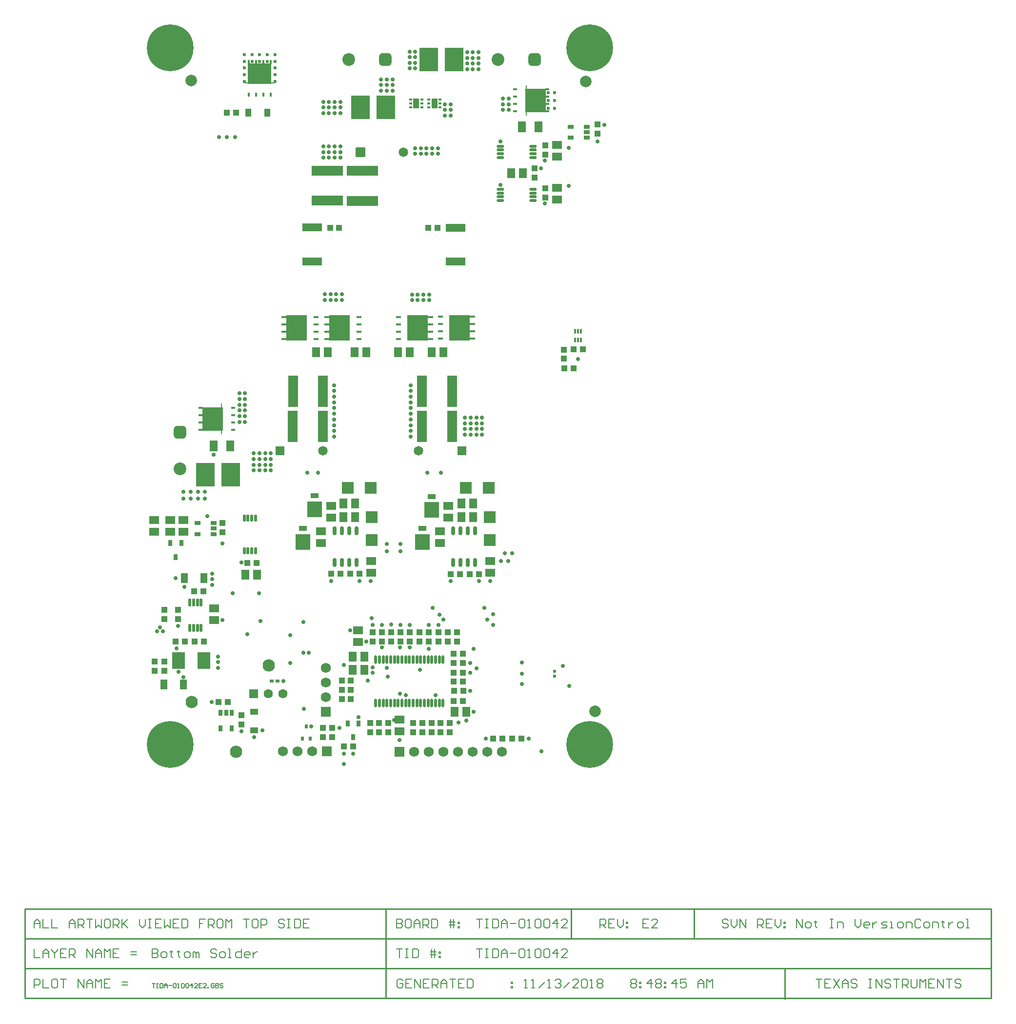
<source format=gbs>
G04*
G04 #@! TF.GenerationSoftware,Altium Limited,Altium Designer,18.1.9 (240)*
G04*
G04 Layer_Color=16711935*
%FSAX25Y25*%
%MOIN*%
G70*
G01*
G75*
%ADD17C,0.00800*%
%ADD21C,0.00600*%
%ADD22C,0.01000*%
%ADD38C,0.07874*%
%ADD41R,0.04331X0.04134*%
%ADD46R,0.04134X0.04331*%
%ADD47R,0.06693X0.21260*%
%ADD48R,0.06496X0.06496*%
%ADD49C,0.06496*%
%ADD50C,0.08661*%
G04:AMPARAMS|DCode=51|XSize=86.61mil|YSize=86.61mil|CornerRadius=22.64mil|HoleSize=0mil|Usage=FLASHONLY|Rotation=180.000|XOffset=0mil|YOffset=0mil|HoleType=Round|Shape=RoundedRectangle|*
%AMROUNDEDRECTD51*
21,1,0.08661,0.04134,0,0,180.0*
21,1,0.04134,0.08661,0,0,180.0*
1,1,0.04528,-0.02067,0.02067*
1,1,0.04528,0.02067,0.02067*
1,1,0.04528,0.02067,-0.02067*
1,1,0.04528,-0.02067,-0.02067*
%
%ADD51ROUNDEDRECTD51*%
G04:AMPARAMS|DCode=52|XSize=86.61mil|YSize=86.61mil|CornerRadius=22.64mil|HoleSize=0mil|Usage=FLASHONLY|Rotation=270.000|XOffset=0mil|YOffset=0mil|HoleType=Round|Shape=RoundedRectangle|*
%AMROUNDEDRECTD52*
21,1,0.08661,0.04134,0,0,270.0*
21,1,0.04134,0.08661,0,0,270.0*
1,1,0.04528,-0.02067,-0.02067*
1,1,0.04528,-0.02067,0.02067*
1,1,0.04528,0.02067,0.02067*
1,1,0.04528,0.02067,-0.02067*
%
%ADD52ROUNDEDRECTD52*%
%ADD53R,0.06890X0.06890*%
%ADD54C,0.06890*%
%ADD55R,0.06299X0.06299*%
%ADD56C,0.06299*%
%ADD57R,0.06890X0.06890*%
G04:AMPARAMS|DCode=58|XSize=64.96mil|YSize=64.96mil|CornerRadius=3.8mil|HoleSize=0mil|Usage=FLASHONLY|Rotation=0.000|XOffset=0mil|YOffset=0mil|HoleType=Round|Shape=RoundedRectangle|*
%AMROUNDEDRECTD58*
21,1,0.06496,0.05736,0,0,0.0*
21,1,0.05736,0.06496,0,0,0.0*
1,1,0.00760,0.02868,-0.02868*
1,1,0.00760,-0.02868,-0.02868*
1,1,0.00760,-0.02868,0.02868*
1,1,0.00760,0.02868,0.02868*
%
%ADD58ROUNDEDRECTD58*%
%ADD59C,0.31890*%
%ADD60C,0.08394*%
%ADD61C,0.02794*%
%ADD62C,0.02362*%
G04:AMPARAMS|DCode=115|XSize=9.84mil|YSize=21.85mil|CornerRadius=1.97mil|HoleSize=0mil|Usage=FLASHONLY|Rotation=90.000|XOffset=0mil|YOffset=0mil|HoleType=Round|Shape=RoundedRectangle|*
%AMROUNDEDRECTD115*
21,1,0.00984,0.01791,0,0,90.0*
21,1,0.00591,0.02185,0,0,90.0*
1,1,0.00394,0.00896,0.00295*
1,1,0.00394,0.00896,-0.00295*
1,1,0.00394,-0.00896,-0.00295*
1,1,0.00394,-0.00896,0.00295*
%
%ADD115ROUNDEDRECTD115*%
G04:AMPARAMS|DCode=116|XSize=140.94mil|YSize=157.48mil|CornerRadius=2.11mil|HoleSize=0mil|Usage=FLASHONLY|Rotation=90.000|XOffset=0mil|YOffset=0mil|HoleType=Round|Shape=RoundedRectangle|*
%AMROUNDEDRECTD116*
21,1,0.14094,0.15325,0,0,90.0*
21,1,0.13672,0.15748,0,0,90.0*
1,1,0.00423,0.07663,0.06836*
1,1,0.00423,0.07663,-0.06836*
1,1,0.00423,-0.07663,-0.06836*
1,1,0.00423,-0.07663,0.06836*
%
%ADD116ROUNDEDRECTD116*%
G04:AMPARAMS|DCode=117|XSize=137.01mil|YSize=175.98mil|CornerRadius=2.06mil|HoleSize=0mil|Usage=FLASHONLY|Rotation=0.000|XOffset=0mil|YOffset=0mil|HoleType=Round|Shape=RoundedRectangle|*
%AMROUNDEDRECTD117*
21,1,0.13701,0.17187,0,0,0.0*
21,1,0.13290,0.17598,0,0,0.0*
1,1,0.00411,0.06645,-0.08594*
1,1,0.00411,-0.06645,-0.08594*
1,1,0.00411,-0.06645,0.08594*
1,1,0.00411,0.06645,0.08594*
%
%ADD117ROUNDEDRECTD117*%
G04:AMPARAMS|DCode=118|XSize=9.84mil|YSize=21.85mil|CornerRadius=1.97mil|HoleSize=0mil|Usage=FLASHONLY|Rotation=0.000|XOffset=0mil|YOffset=0mil|HoleType=Round|Shape=RoundedRectangle|*
%AMROUNDEDRECTD118*
21,1,0.00984,0.01791,0,0,0.0*
21,1,0.00591,0.02185,0,0,0.0*
1,1,0.00394,0.00295,-0.00896*
1,1,0.00394,-0.00295,-0.00896*
1,1,0.00394,-0.00295,0.00896*
1,1,0.00394,0.00295,0.00896*
%
%ADD118ROUNDEDRECTD118*%
G04:AMPARAMS|DCode=119|XSize=140.94mil|YSize=157.48mil|CornerRadius=2.11mil|HoleSize=0mil|Usage=FLASHONLY|Rotation=0.000|XOffset=0mil|YOffset=0mil|HoleType=Round|Shape=RoundedRectangle|*
%AMROUNDEDRECTD119*
21,1,0.14094,0.15325,0,0,0.0*
21,1,0.13672,0.15748,0,0,0.0*
1,1,0.00423,0.06836,-0.07663*
1,1,0.00423,-0.06836,-0.07663*
1,1,0.00423,-0.06836,0.07663*
1,1,0.00423,0.06836,0.07663*
%
%ADD119ROUNDEDRECTD119*%
%ADD120R,0.00709X0.00984*%
%ADD121R,0.00886X0.01614*%
%ADD122R,0.00984X0.00709*%
G04:AMPARAMS|DCode=123|XSize=19.68mil|YSize=29.53mil|CornerRadius=3.94mil|HoleSize=0mil|Usage=FLASHONLY|Rotation=0.000|XOffset=0mil|YOffset=0mil|HoleType=Round|Shape=RoundedRectangle|*
%AMROUNDEDRECTD123*
21,1,0.01968,0.02165,0,0,0.0*
21,1,0.01181,0.02953,0,0,0.0*
1,1,0.00787,0.00591,-0.01083*
1,1,0.00787,-0.00591,-0.01083*
1,1,0.00787,-0.00591,0.01083*
1,1,0.00787,0.00591,0.01083*
%
%ADD123ROUNDEDRECTD123*%
%ADD124R,0.02756X0.02362*%
G04:AMPARAMS|DCode=125|XSize=29.92mil|YSize=16.14mil|CornerRadius=1.95mil|HoleSize=0mil|Usage=FLASHONLY|Rotation=90.000|XOffset=0mil|YOffset=0mil|HoleType=Round|Shape=RoundedRectangle|*
%AMROUNDEDRECTD125*
21,1,0.02992,0.01225,0,0,90.0*
21,1,0.02603,0.01614,0,0,90.0*
1,1,0.00389,0.00612,0.01301*
1,1,0.00389,0.00612,-0.01301*
1,1,0.00389,-0.00612,-0.01301*
1,1,0.00389,-0.00612,0.01301*
%
%ADD125ROUNDEDRECTD125*%
%ADD126O,0.02756X0.06102*%
G04:AMPARAMS|DCode=127|XSize=27.56mil|YSize=43.31mil|CornerRadius=3.98mil|HoleSize=0mil|Usage=FLASHONLY|Rotation=90.000|XOffset=0mil|YOffset=0mil|HoleType=Round|Shape=RoundedRectangle|*
%AMROUNDEDRECTD127*
21,1,0.02756,0.03535,0,0,90.0*
21,1,0.01961,0.04331,0,0,90.0*
1,1,0.00795,0.01768,0.00980*
1,1,0.00795,0.01768,-0.00980*
1,1,0.00795,-0.01768,-0.00980*
1,1,0.00795,-0.01768,0.00980*
%
%ADD127ROUNDEDRECTD127*%
G04:AMPARAMS|DCode=128|XSize=43.31mil|YSize=66.93mil|CornerRadius=3.94mil|HoleSize=0mil|Usage=FLASHONLY|Rotation=180.000|XOffset=0mil|YOffset=0mil|HoleType=Round|Shape=RoundedRectangle|*
%AMROUNDEDRECTD128*
21,1,0.04331,0.05906,0,0,180.0*
21,1,0.03543,0.06693,0,0,180.0*
1,1,0.00787,-0.01772,0.02953*
1,1,0.00787,0.01772,0.02953*
1,1,0.00787,0.01772,-0.02953*
1,1,0.00787,-0.01772,-0.02953*
%
%ADD128ROUNDEDRECTD128*%
G04:AMPARAMS|DCode=129|XSize=15.75mil|YSize=21.65mil|CornerRadius=3.92mil|HoleSize=0mil|Usage=FLASHONLY|Rotation=90.000|XOffset=0mil|YOffset=0mil|HoleType=Round|Shape=RoundedRectangle|*
%AMROUNDEDRECTD129*
21,1,0.01575,0.01382,0,0,90.0*
21,1,0.00791,0.02165,0,0,90.0*
1,1,0.00784,0.00691,0.00396*
1,1,0.00784,0.00691,-0.00396*
1,1,0.00784,-0.00691,-0.00396*
1,1,0.00784,-0.00691,0.00396*
%
%ADD129ROUNDEDRECTD129*%
G04:AMPARAMS|DCode=130|XSize=27.56mil|YSize=43.31mil|CornerRadius=3.98mil|HoleSize=0mil|Usage=FLASHONLY|Rotation=180.000|XOffset=0mil|YOffset=0mil|HoleType=Round|Shape=RoundedRectangle|*
%AMROUNDEDRECTD130*
21,1,0.02756,0.03535,0,0,180.0*
21,1,0.01961,0.04331,0,0,180.0*
1,1,0.00795,-0.00980,0.01768*
1,1,0.00795,0.00980,0.01768*
1,1,0.00795,0.00980,-0.01768*
1,1,0.00795,-0.00980,-0.01768*
%
%ADD130ROUNDEDRECTD130*%
%ADD131O,0.02165X0.05709*%
G04:AMPARAMS|DCode=132|XSize=15.75mil|YSize=30.32mil|CornerRadius=3.92mil|HoleSize=0mil|Usage=FLASHONLY|Rotation=0.000|XOffset=0mil|YOffset=0mil|HoleType=Round|Shape=RoundedRectangle|*
%AMROUNDEDRECTD132*
21,1,0.01575,0.02248,0,0,0.0*
21,1,0.00791,0.03032,0,0,0.0*
1,1,0.00784,0.00396,-0.01124*
1,1,0.00784,-0.00396,-0.01124*
1,1,0.00784,-0.00396,0.01124*
1,1,0.00784,0.00396,0.01124*
%
%ADD132ROUNDEDRECTD132*%
%ADD133O,0.05118X0.01968*%
%ADD134O,0.02165X0.05906*%
%ADD135R,0.05394X0.06694*%
%ADD136R,0.06694X0.05394*%
%ADD137R,0.05512X0.07677*%
%ADD138R,0.12598X0.16142*%
G04:AMPARAMS|DCode=139|XSize=31.89mil|YSize=16.14mil|CornerRadius=1.95mil|HoleSize=0mil|Usage=FLASHONLY|Rotation=0.000|XOffset=0mil|YOffset=0mil|HoleType=Round|Shape=RoundedRectangle|*
%AMROUNDEDRECTD139*
21,1,0.03189,0.01225,0,0,0.0*
21,1,0.02800,0.01614,0,0,0.0*
1,1,0.00389,0.01400,-0.00612*
1,1,0.00389,-0.01400,-0.00612*
1,1,0.00389,-0.01400,0.00612*
1,1,0.00389,0.01400,0.00612*
%
%ADD139ROUNDEDRECTD139*%
G04:AMPARAMS|DCode=140|XSize=29.92mil|YSize=16.14mil|CornerRadius=1.95mil|HoleSize=0mil|Usage=FLASHONLY|Rotation=0.000|XOffset=0mil|YOffset=0mil|HoleType=Round|Shape=RoundedRectangle|*
%AMROUNDEDRECTD140*
21,1,0.02992,0.01225,0,0,0.0*
21,1,0.02603,0.01614,0,0,0.0*
1,1,0.00389,0.01301,-0.00612*
1,1,0.00389,-0.01301,-0.00612*
1,1,0.00389,-0.01301,0.00612*
1,1,0.00389,0.01301,0.00612*
%
%ADD140ROUNDEDRECTD140*%
G04:AMPARAMS|DCode=141|XSize=27.56mil|YSize=43.31mil|CornerRadius=7.87mil|HoleSize=0mil|Usage=FLASHONLY|Rotation=180.000|XOffset=0mil|YOffset=0mil|HoleType=Round|Shape=RoundedRectangle|*
%AMROUNDEDRECTD141*
21,1,0.02756,0.02756,0,0,180.0*
21,1,0.01181,0.04331,0,0,180.0*
1,1,0.01575,-0.00591,0.01378*
1,1,0.01575,0.00591,0.01378*
1,1,0.01575,0.00591,-0.01378*
1,1,0.01575,-0.00591,-0.01378*
%
%ADD141ROUNDEDRECTD141*%
%ADD142R,0.08268X0.08268*%
%ADD143R,0.08268X0.08268*%
%ADD144R,0.05394X0.03394*%
%ADD145R,0.10394X0.10894*%
%ADD146R,0.03996X0.05197*%
%ADD147R,0.08894X0.11193*%
%ADD148R,0.04724X0.06693*%
%ADD149O,0.01968X0.05118*%
%ADD150R,0.21260X0.06693*%
%ADD151R,0.13780X0.05512*%
%ADD152R,0.05197X0.03996*%
G54D17*
X0126900Y0073549D02*
Y0067551D01*
X0129899D01*
X0130899Y0068550D01*
Y0069550D01*
X0129899Y0070550D01*
X0126900D01*
X0129899D01*
X0130899Y0071549D01*
Y0072549D01*
X0129899Y0073549D01*
X0126900D01*
X0133898Y0067551D02*
X0135897D01*
X0136897Y0068550D01*
Y0070550D01*
X0135897Y0071549D01*
X0133898D01*
X0132898Y0070550D01*
Y0068550D01*
X0133898Y0067551D01*
X0139896Y0072549D02*
Y0071549D01*
X0138896D01*
X0140895D01*
X0139896D01*
Y0068550D01*
X0140895Y0067551D01*
X0144894Y0072549D02*
Y0071549D01*
X0143895D01*
X0145894D01*
X0144894D01*
Y0068550D01*
X0145894Y0067551D01*
X0149893D02*
X0151892D01*
X0152892Y0068550D01*
Y0070550D01*
X0151892Y0071549D01*
X0149893D01*
X0148893Y0070550D01*
Y0068550D01*
X0149893Y0067551D01*
X0154891D02*
Y0071549D01*
X0155891D01*
X0156890Y0070550D01*
Y0067551D01*
Y0070550D01*
X0157890Y0071549D01*
X0158890Y0070550D01*
Y0067551D01*
X0170886Y0072549D02*
X0169886Y0073549D01*
X0167887D01*
X0166887Y0072549D01*
Y0071549D01*
X0167887Y0070550D01*
X0169886D01*
X0170886Y0069550D01*
Y0068550D01*
X0169886Y0067551D01*
X0167887D01*
X0166887Y0068550D01*
X0173885Y0067551D02*
X0175884D01*
X0176884Y0068550D01*
Y0070550D01*
X0175884Y0071549D01*
X0173885D01*
X0172885Y0070550D01*
Y0068550D01*
X0173885Y0067551D01*
X0178883D02*
X0180883D01*
X0179883D01*
Y0073549D01*
X0178883D01*
X0187880D02*
Y0067551D01*
X0184881D01*
X0183882Y0068550D01*
Y0070550D01*
X0184881Y0071549D01*
X0187880D01*
X0192879Y0067551D02*
X0190879D01*
X0189880Y0068550D01*
Y0070550D01*
X0190879Y0071549D01*
X0192879D01*
X0193878Y0070550D01*
Y0069550D01*
X0189880D01*
X0195878Y0071549D02*
Y0067551D01*
Y0069550D01*
X0196877Y0070550D01*
X0197877Y0071549D01*
X0198877D01*
X0348550Y0073498D02*
X0352549D01*
X0350549D01*
Y0067500D01*
X0354548Y0073498D02*
X0356547D01*
X0355548D01*
Y0067500D01*
X0354548D01*
X0356547D01*
X0359546Y0073498D02*
Y0067500D01*
X0362545D01*
X0363545Y0068500D01*
Y0072498D01*
X0362545Y0073498D01*
X0359546D01*
X0365545Y0067500D02*
Y0071499D01*
X0367544Y0073498D01*
X0369543Y0071499D01*
Y0067500D01*
Y0070499D01*
X0365545D01*
X0371543D02*
X0375541D01*
X0377541Y0072498D02*
X0378540Y0073498D01*
X0380540D01*
X0381539Y0072498D01*
Y0068500D01*
X0380540Y0067500D01*
X0378540D01*
X0377541Y0068500D01*
Y0072498D01*
X0383539Y0067500D02*
X0385538D01*
X0384538D01*
Y0073498D01*
X0383539Y0072498D01*
X0388537D02*
X0389537Y0073498D01*
X0391536D01*
X0392536Y0072498D01*
Y0068500D01*
X0391536Y0067500D01*
X0389537D01*
X0388537Y0068500D01*
Y0072498D01*
X0394535D02*
X0395535Y0073498D01*
X0397534D01*
X0398534Y0072498D01*
Y0068500D01*
X0397534Y0067500D01*
X0395535D01*
X0394535Y0068500D01*
Y0072498D01*
X0403532Y0067500D02*
Y0073498D01*
X0400533Y0070499D01*
X0404532D01*
X0410530Y0067500D02*
X0406531D01*
X0410530Y0071499D01*
Y0072498D01*
X0409530Y0073498D01*
X0407531D01*
X0406531Y0072498D01*
X0294000Y0073498D02*
X0297999D01*
X0295999D01*
Y0067500D01*
X0299998Y0073498D02*
X0301997D01*
X0300998D01*
Y0067500D01*
X0299998D01*
X0301997D01*
X0304996Y0073498D02*
Y0067500D01*
X0307996D01*
X0308995Y0068500D01*
Y0072498D01*
X0307996Y0073498D01*
X0304996D01*
X0317992Y0067500D02*
Y0073498D01*
X0319992D02*
Y0067500D01*
X0316993Y0071499D02*
X0319992D01*
X0320991D01*
X0316993Y0069499D02*
X0320991D01*
X0322991Y0071499D02*
X0323990D01*
Y0070499D01*
X0322991D01*
Y0071499D01*
Y0068500D02*
X0323990D01*
Y0067500D01*
X0322991D01*
Y0068500D01*
X0580500Y0052965D02*
X0584499D01*
X0582499D01*
Y0046966D01*
X0590497Y0052965D02*
X0586498D01*
Y0046966D01*
X0590497D01*
X0586498Y0049966D02*
X0588497D01*
X0592496Y0052965D02*
X0596495Y0046966D01*
Y0052965D02*
X0592496Y0046966D01*
X0598494D02*
Y0050965D01*
X0600493Y0052965D01*
X0602493Y0050965D01*
Y0046966D01*
Y0049966D01*
X0598494D01*
X0608491Y0051965D02*
X0607491Y0052965D01*
X0605492D01*
X0604492Y0051965D01*
Y0050965D01*
X0605492Y0049966D01*
X0607491D01*
X0608491Y0048966D01*
Y0047966D01*
X0607491Y0046966D01*
X0605492D01*
X0604492Y0047966D01*
X0616488Y0052965D02*
X0618488D01*
X0617488D01*
Y0046966D01*
X0616488D01*
X0618488D01*
X0621487D02*
Y0052965D01*
X0625486Y0046966D01*
Y0052965D01*
X0631484Y0051965D02*
X0630484Y0052965D01*
X0628484D01*
X0627485Y0051965D01*
Y0050965D01*
X0628484Y0049966D01*
X0630484D01*
X0631484Y0048966D01*
Y0047966D01*
X0630484Y0046966D01*
X0628484D01*
X0627485Y0047966D01*
X0633483Y0052965D02*
X0637482D01*
X0635482D01*
Y0046966D01*
X0639481D02*
Y0052965D01*
X0642480D01*
X0643480Y0051965D01*
Y0049966D01*
X0642480Y0048966D01*
X0639481D01*
X0641480D02*
X0643480Y0046966D01*
X0645479Y0052965D02*
Y0047966D01*
X0646479Y0046966D01*
X0648478D01*
X0649478Y0047966D01*
Y0052965D01*
X0651477Y0046966D02*
Y0052965D01*
X0653476Y0050965D01*
X0655476Y0052965D01*
Y0046966D01*
X0661474Y0052965D02*
X0657475D01*
Y0046966D01*
X0661474D01*
X0657475Y0049966D02*
X0659474D01*
X0663473Y0046966D02*
Y0052965D01*
X0667472Y0046966D01*
Y0052965D01*
X0669471D02*
X0673470D01*
X0671471D01*
Y0046966D01*
X0679468Y0051965D02*
X0678468Y0052965D01*
X0676469D01*
X0675469Y0051965D01*
Y0050965D01*
X0676469Y0049966D01*
X0678468D01*
X0679468Y0048966D01*
Y0047966D01*
X0678468Y0046966D01*
X0676469D01*
X0675469Y0047966D01*
X0454050Y0051965D02*
X0455050Y0052965D01*
X0457049D01*
X0458049Y0051965D01*
Y0050965D01*
X0457049Y0049966D01*
X0458049Y0048966D01*
Y0047966D01*
X0457049Y0046966D01*
X0455050D01*
X0454050Y0047966D01*
Y0048966D01*
X0455050Y0049966D01*
X0454050Y0050965D01*
Y0051965D01*
X0455050Y0049966D02*
X0457049D01*
X0460048Y0050965D02*
X0461048D01*
Y0049966D01*
X0460048D01*
Y0050965D01*
Y0047966D02*
X0461048D01*
Y0046966D01*
X0460048D01*
Y0047966D01*
X0468046Y0046966D02*
Y0052965D01*
X0465046Y0049966D01*
X0469045D01*
X0471044Y0051965D02*
X0472044Y0052965D01*
X0474044D01*
X0475043Y0051965D01*
Y0050965D01*
X0474044Y0049966D01*
X0475043Y0048966D01*
Y0047966D01*
X0474044Y0046966D01*
X0472044D01*
X0471044Y0047966D01*
Y0048966D01*
X0472044Y0049966D01*
X0471044Y0050965D01*
Y0051965D01*
X0472044Y0049966D02*
X0474044D01*
X0477043Y0050965D02*
X0478042D01*
Y0049966D01*
X0477043D01*
Y0050965D01*
Y0047966D02*
X0478042D01*
Y0046966D01*
X0477043D01*
Y0047966D01*
X0485040Y0046966D02*
Y0052965D01*
X0482041Y0049966D01*
X0486040D01*
X0492038Y0052965D02*
X0488039D01*
Y0049966D01*
X0490038Y0050965D01*
X0491038D01*
X0492038Y0049966D01*
Y0047966D01*
X0491038Y0046966D01*
X0489039D01*
X0488039Y0047966D01*
X0500035Y0046966D02*
Y0050965D01*
X0502035Y0052965D01*
X0504034Y0050965D01*
Y0046966D01*
Y0049966D01*
X0500035D01*
X0506033Y0046966D02*
Y0052965D01*
X0508033Y0050965D01*
X0510032Y0052965D01*
Y0046966D01*
X0046350D02*
Y0052965D01*
X0049349D01*
X0050349Y0051965D01*
Y0049966D01*
X0049349Y0048966D01*
X0046350D01*
X0052348Y0052965D02*
Y0046966D01*
X0056347D01*
X0061345Y0052965D02*
X0059346D01*
X0058346Y0051965D01*
Y0047966D01*
X0059346Y0046966D01*
X0061345D01*
X0062345Y0047966D01*
Y0051965D01*
X0061345Y0052965D01*
X0064344D02*
X0068343D01*
X0066343D01*
Y0046966D01*
X0076340D02*
Y0052965D01*
X0080339Y0046966D01*
Y0052965D01*
X0082338Y0046966D02*
Y0050965D01*
X0084338Y0052965D01*
X0086337Y0050965D01*
Y0046966D01*
Y0049966D01*
X0082338D01*
X0088336Y0046966D02*
Y0052965D01*
X0090336Y0050965D01*
X0092335Y0052965D01*
Y0046966D01*
X0098333Y0052965D02*
X0094335D01*
Y0046966D01*
X0098333D01*
X0094335Y0049966D02*
X0096334D01*
X0106331Y0048966D02*
X0110329D01*
X0106331Y0050965D02*
X0110329D01*
X0046350Y0073549D02*
Y0067551D01*
X0050349D01*
X0052348D02*
Y0071549D01*
X0054347Y0073549D01*
X0056347Y0071549D01*
Y0067551D01*
Y0070550D01*
X0052348D01*
X0058346Y0073549D02*
Y0072549D01*
X0060346Y0070550D01*
X0062345Y0072549D01*
Y0073549D01*
X0060346Y0070550D02*
Y0067551D01*
X0068343Y0073549D02*
X0064344D01*
Y0067551D01*
X0068343D01*
X0064344Y0070550D02*
X0066343D01*
X0070342Y0067551D02*
Y0073549D01*
X0073341D01*
X0074341Y0072549D01*
Y0070550D01*
X0073341Y0069550D01*
X0070342D01*
X0072342D02*
X0074341Y0067551D01*
X0082338D02*
Y0073549D01*
X0086337Y0067551D01*
Y0073549D01*
X0088336Y0067551D02*
Y0071549D01*
X0090336Y0073549D01*
X0092335Y0071549D01*
Y0067551D01*
Y0070550D01*
X0088336D01*
X0094335Y0067551D02*
Y0073549D01*
X0096334Y0071549D01*
X0098333Y0073549D01*
Y0067551D01*
X0104331Y0073549D02*
X0100332D01*
Y0067551D01*
X0104331D01*
X0100332Y0070550D02*
X0102332D01*
X0112329Y0069550D02*
X0116327D01*
X0112329Y0071549D02*
X0116327D01*
X0294000Y0093831D02*
Y0087833D01*
X0296999D01*
X0297999Y0088833D01*
Y0089833D01*
X0296999Y0090832D01*
X0294000D01*
X0296999D01*
X0297999Y0091832D01*
Y0092832D01*
X0296999Y0093831D01*
X0294000D01*
X0302997D02*
X0300998D01*
X0299998Y0092832D01*
Y0088833D01*
X0300998Y0087833D01*
X0302997D01*
X0303997Y0088833D01*
Y0092832D01*
X0302997Y0093831D01*
X0305996Y0087833D02*
Y0091832D01*
X0307996Y0093831D01*
X0309995Y0091832D01*
Y0087833D01*
Y0090832D01*
X0305996D01*
X0311994Y0087833D02*
Y0093831D01*
X0314993D01*
X0315993Y0092832D01*
Y0090832D01*
X0314993Y0089833D01*
X0311994D01*
X0313994D02*
X0315993Y0087833D01*
X0317992Y0093831D02*
Y0087833D01*
X0320991D01*
X0321991Y0088833D01*
Y0092832D01*
X0320991Y0093831D01*
X0317992D01*
X0330988Y0087833D02*
Y0093831D01*
X0332987D02*
Y0087833D01*
X0329988Y0091832D02*
X0332987D01*
X0333987D01*
X0329988Y0089833D02*
X0333987D01*
X0335986Y0091832D02*
X0336986D01*
Y0090832D01*
X0335986D01*
Y0091832D01*
Y0088833D02*
X0336986D01*
Y0087833D01*
X0335986D01*
Y0088833D01*
X0348550Y0093831D02*
X0352549D01*
X0350549D01*
Y0087833D01*
X0354548Y0093831D02*
X0356547D01*
X0355548D01*
Y0087833D01*
X0354548D01*
X0356547D01*
X0359546Y0093831D02*
Y0087833D01*
X0362545D01*
X0363545Y0088833D01*
Y0092832D01*
X0362545Y0093831D01*
X0359546D01*
X0365545Y0087833D02*
Y0091832D01*
X0367544Y0093831D01*
X0369543Y0091832D01*
Y0087833D01*
Y0090832D01*
X0365545D01*
X0371543D02*
X0375541D01*
X0377541Y0092832D02*
X0378540Y0093831D01*
X0380540D01*
X0381539Y0092832D01*
Y0088833D01*
X0380540Y0087833D01*
X0378540D01*
X0377541Y0088833D01*
Y0092832D01*
X0383539Y0087833D02*
X0385538D01*
X0384538D01*
Y0093831D01*
X0383539Y0092832D01*
X0388537D02*
X0389537Y0093831D01*
X0391536D01*
X0392536Y0092832D01*
Y0088833D01*
X0391536Y0087833D01*
X0389537D01*
X0388537Y0088833D01*
Y0092832D01*
X0394535D02*
X0395535Y0093831D01*
X0397534D01*
X0398534Y0092832D01*
Y0088833D01*
X0397534Y0087833D01*
X0395535D01*
X0394535Y0088833D01*
Y0092832D01*
X0403532Y0087833D02*
Y0093831D01*
X0400533Y0090832D01*
X0404532D01*
X0410530Y0087833D02*
X0406531D01*
X0410530Y0091832D01*
Y0092832D01*
X0409530Y0093831D01*
X0407531D01*
X0406531Y0092832D01*
X0466149Y0093831D02*
X0462150D01*
Y0087833D01*
X0466149D01*
X0462150Y0090832D02*
X0464149D01*
X0472147Y0087833D02*
X0468148D01*
X0472147Y0091832D01*
Y0092832D01*
X0471147Y0093831D01*
X0469148D01*
X0468148Y0092832D01*
X0046350Y0087833D02*
Y0091832D01*
X0048349Y0093831D01*
X0050349Y0091832D01*
Y0087833D01*
Y0090832D01*
X0046350D01*
X0052348Y0093831D02*
Y0087833D01*
X0056347D01*
X0058346Y0093831D02*
Y0087833D01*
X0062345D01*
X0070342D02*
Y0091832D01*
X0072342Y0093831D01*
X0074341Y0091832D01*
Y0087833D01*
Y0090832D01*
X0070342D01*
X0076340Y0087833D02*
Y0093831D01*
X0079339D01*
X0080339Y0092832D01*
Y0090832D01*
X0079339Y0089833D01*
X0076340D01*
X0078340D02*
X0080339Y0087833D01*
X0082338Y0093831D02*
X0086337D01*
X0084338D01*
Y0087833D01*
X0088336Y0093831D02*
Y0087833D01*
X0090336Y0089833D01*
X0092335Y0087833D01*
Y0093831D01*
X0097334D02*
X0095334D01*
X0094335Y0092832D01*
Y0088833D01*
X0095334Y0087833D01*
X0097334D01*
X0098333Y0088833D01*
Y0092832D01*
X0097334Y0093831D01*
X0100332Y0087833D02*
Y0093831D01*
X0103332D01*
X0104331Y0092832D01*
Y0090832D01*
X0103332Y0089833D01*
X0100332D01*
X0102332D02*
X0104331Y0087833D01*
X0106331Y0093831D02*
Y0087833D01*
Y0089833D01*
X0110329Y0093831D01*
X0107330Y0090832D01*
X0110329Y0087833D01*
X0118327Y0093831D02*
Y0089833D01*
X0120326Y0087833D01*
X0122325Y0089833D01*
Y0093831D01*
X0124325D02*
X0126324D01*
X0125324D01*
Y0087833D01*
X0124325D01*
X0126324D01*
X0133322Y0093831D02*
X0129323D01*
Y0087833D01*
X0133322D01*
X0129323Y0090832D02*
X0131323D01*
X0135321Y0093831D02*
Y0087833D01*
X0137321Y0089833D01*
X0139320Y0087833D01*
Y0093831D01*
X0145318D02*
X0141319D01*
Y0087833D01*
X0145318D01*
X0141319Y0090832D02*
X0143319D01*
X0147317Y0093831D02*
Y0087833D01*
X0150316D01*
X0151316Y0088833D01*
Y0092832D01*
X0150316Y0093831D01*
X0147317D01*
X0163312D02*
X0159313D01*
Y0090832D01*
X0161313D01*
X0159313D01*
Y0087833D01*
X0165312D02*
Y0093831D01*
X0168310D01*
X0169310Y0092832D01*
Y0090832D01*
X0168310Y0089833D01*
X0165312D01*
X0167311D02*
X0169310Y0087833D01*
X0174309Y0093831D02*
X0172309D01*
X0171310Y0092832D01*
Y0088833D01*
X0172309Y0087833D01*
X0174309D01*
X0175308Y0088833D01*
Y0092832D01*
X0174309Y0093831D01*
X0177308Y0087833D02*
Y0093831D01*
X0179307Y0091832D01*
X0181306Y0093831D01*
Y0087833D01*
X0189304Y0093831D02*
X0193303D01*
X0191303D01*
Y0087833D01*
X0198301Y0093831D02*
X0196301D01*
X0195302Y0092832D01*
Y0088833D01*
X0196301Y0087833D01*
X0198301D01*
X0199301Y0088833D01*
Y0092832D01*
X0198301Y0093831D01*
X0201300Y0087833D02*
Y0093831D01*
X0204299D01*
X0205299Y0092832D01*
Y0090832D01*
X0204299Y0089833D01*
X0201300D01*
X0217295Y0092832D02*
X0216295Y0093831D01*
X0214296D01*
X0213296Y0092832D01*
Y0091832D01*
X0214296Y0090832D01*
X0216295D01*
X0217295Y0089833D01*
Y0088833D01*
X0216295Y0087833D01*
X0214296D01*
X0213296Y0088833D01*
X0219294Y0093831D02*
X0221293D01*
X0220294D01*
Y0087833D01*
X0219294D01*
X0221293D01*
X0224292Y0093831D02*
Y0087833D01*
X0227291D01*
X0228291Y0088833D01*
Y0092832D01*
X0227291Y0093831D01*
X0224292D01*
X0234289D02*
X0230291D01*
Y0087833D01*
X0234289D01*
X0230291Y0090832D02*
X0232290D01*
X0298199Y0051965D02*
X0297199Y0052965D01*
X0295200D01*
X0294200Y0051965D01*
Y0047966D01*
X0295200Y0046966D01*
X0297199D01*
X0298199Y0047966D01*
Y0049966D01*
X0296199D01*
X0304197Y0052965D02*
X0300198D01*
Y0046966D01*
X0304197D01*
X0300198Y0049966D02*
X0302197D01*
X0306196Y0046966D02*
Y0052965D01*
X0310195Y0046966D01*
Y0052965D01*
X0316193D02*
X0312194D01*
Y0046966D01*
X0316193D01*
X0312194Y0049966D02*
X0314194D01*
X0318192Y0046966D02*
Y0052965D01*
X0321191D01*
X0322191Y0051965D01*
Y0049966D01*
X0321191Y0048966D01*
X0318192D01*
X0320192D02*
X0322191Y0046966D01*
X0324190D02*
Y0050965D01*
X0326190Y0052965D01*
X0328189Y0050965D01*
Y0046966D01*
Y0049966D01*
X0324190D01*
X0330188Y0052965D02*
X0334187D01*
X0332188D01*
Y0046966D01*
X0340185Y0052965D02*
X0336186D01*
Y0046966D01*
X0340185D01*
X0336186Y0049966D02*
X0338186D01*
X0342184Y0052965D02*
Y0046966D01*
X0345183D01*
X0346183Y0047966D01*
Y0051965D01*
X0345183Y0052965D01*
X0342184D01*
X0372175Y0050965D02*
X0373175D01*
Y0049966D01*
X0372175D01*
Y0050965D01*
Y0047966D02*
X0373175D01*
Y0046966D01*
X0372175D01*
Y0047966D01*
X0381150Y0046966D02*
X0383149D01*
X0382150D01*
Y0052965D01*
X0381150Y0051965D01*
X0386148Y0046966D02*
X0388148D01*
X0387148D01*
Y0052965D01*
X0386148Y0051965D01*
X0391147Y0046966D02*
X0395146Y0050965D01*
X0397145Y0046966D02*
X0399144D01*
X0398145D01*
Y0052965D01*
X0397145Y0051965D01*
X0402143D02*
X0403143Y0052965D01*
X0405142D01*
X0406142Y0051965D01*
Y0050965D01*
X0405142Y0049966D01*
X0404143D01*
X0405142D01*
X0406142Y0048966D01*
Y0047966D01*
X0405142Y0046966D01*
X0403143D01*
X0402143Y0047966D01*
X0408141Y0046966D02*
X0412140Y0050965D01*
X0418138Y0046966D02*
X0414139D01*
X0418138Y0050965D01*
Y0051965D01*
X0417138Y0052965D01*
X0415139D01*
X0414139Y0051965D01*
X0420137D02*
X0421137Y0052965D01*
X0423136D01*
X0424136Y0051965D01*
Y0047966D01*
X0423136Y0046966D01*
X0421137D01*
X0420137Y0047966D01*
Y0051965D01*
X0426135Y0046966D02*
X0428135D01*
X0427135D01*
Y0052965D01*
X0426135Y0051965D01*
X0431134D02*
X0432133Y0052965D01*
X0434133D01*
X0435133Y0051965D01*
Y0050965D01*
X0434133Y0049966D01*
X0435133Y0048966D01*
Y0047966D01*
X0434133Y0046966D01*
X0432133D01*
X0431134Y0047966D01*
Y0048966D01*
X0432133Y0049966D01*
X0431134Y0050965D01*
Y0051965D01*
X0432133Y0049966D02*
X0434133D01*
X0433000Y0087833D02*
Y0093831D01*
X0435999D01*
X0436999Y0092832D01*
Y0090832D01*
X0435999Y0089833D01*
X0433000D01*
X0434999D02*
X0436999Y0087833D01*
X0442997Y0093831D02*
X0438998D01*
Y0087833D01*
X0442997D01*
X0438998Y0090832D02*
X0440997D01*
X0444996Y0093831D02*
Y0089833D01*
X0446995Y0087833D01*
X0448995Y0089833D01*
Y0093831D01*
X0450994Y0091832D02*
X0451994D01*
Y0090832D01*
X0450994D01*
Y0091832D01*
Y0088833D02*
X0451994D01*
Y0087833D01*
X0450994D01*
Y0088833D01*
X0520799Y0092832D02*
X0519799Y0093831D01*
X0517800D01*
X0516800Y0092832D01*
Y0091832D01*
X0517800Y0090832D01*
X0519799D01*
X0520799Y0089833D01*
Y0088833D01*
X0519799Y0087833D01*
X0517800D01*
X0516800Y0088833D01*
X0522798Y0093831D02*
Y0089833D01*
X0524797Y0087833D01*
X0526797Y0089833D01*
Y0093831D01*
X0528796Y0087833D02*
Y0093831D01*
X0532795Y0087833D01*
Y0093831D01*
X0540792Y0087833D02*
Y0093831D01*
X0543791D01*
X0544791Y0092832D01*
Y0090832D01*
X0543791Y0089833D01*
X0540792D01*
X0542792D02*
X0544791Y0087833D01*
X0550789Y0093831D02*
X0546790D01*
Y0087833D01*
X0550789D01*
X0546790Y0090832D02*
X0548790D01*
X0552788Y0093831D02*
Y0089833D01*
X0554788Y0087833D01*
X0556787Y0089833D01*
Y0093831D01*
X0558786Y0091832D02*
X0559786D01*
Y0090832D01*
X0558786D01*
Y0091832D01*
Y0088833D02*
X0559786D01*
Y0087833D01*
X0558786D01*
Y0088833D01*
X0567400Y0087833D02*
Y0093831D01*
X0571399Y0087833D01*
Y0093831D01*
X0574398Y0087833D02*
X0576397D01*
X0577397Y0088833D01*
Y0090832D01*
X0576397Y0091832D01*
X0574398D01*
X0573398Y0090832D01*
Y0088833D01*
X0574398Y0087833D01*
X0580396Y0092832D02*
Y0091832D01*
X0579396D01*
X0581395D01*
X0580396D01*
Y0088833D01*
X0581395Y0087833D01*
X0590393Y0093831D02*
X0592392D01*
X0591392D01*
Y0087833D01*
X0590393D01*
X0592392D01*
X0595391D02*
Y0091832D01*
X0598390D01*
X0599390Y0090832D01*
Y0087833D01*
X0607387Y0093831D02*
Y0089833D01*
X0609386Y0087833D01*
X0611386Y0089833D01*
Y0093831D01*
X0616384Y0087833D02*
X0614385D01*
X0613385Y0088833D01*
Y0090832D01*
X0614385Y0091832D01*
X0616384D01*
X0617384Y0090832D01*
Y0089833D01*
X0613385D01*
X0619383Y0091832D02*
Y0087833D01*
Y0089833D01*
X0620383Y0090832D01*
X0621383Y0091832D01*
X0622382D01*
X0625381Y0087833D02*
X0628380D01*
X0629380Y0088833D01*
X0628380Y0089833D01*
X0626381D01*
X0625381Y0090832D01*
X0626381Y0091832D01*
X0629380D01*
X0631379Y0087833D02*
X0633379D01*
X0632379D01*
Y0091832D01*
X0631379D01*
X0637377Y0087833D02*
X0639377D01*
X0640376Y0088833D01*
Y0090832D01*
X0639377Y0091832D01*
X0637377D01*
X0636378Y0090832D01*
Y0088833D01*
X0637377Y0087833D01*
X0642376D02*
Y0091832D01*
X0645375D01*
X0646374Y0090832D01*
Y0087833D01*
X0652373Y0092832D02*
X0651373Y0093831D01*
X0649373D01*
X0648374Y0092832D01*
Y0088833D01*
X0649373Y0087833D01*
X0651373D01*
X0652373Y0088833D01*
X0655372Y0087833D02*
X0657371D01*
X0658371Y0088833D01*
Y0090832D01*
X0657371Y0091832D01*
X0655372D01*
X0654372Y0090832D01*
Y0088833D01*
X0655372Y0087833D01*
X0660370D02*
Y0091832D01*
X0663369D01*
X0664369Y0090832D01*
Y0087833D01*
X0667368Y0092832D02*
Y0091832D01*
X0666368D01*
X0668367D01*
X0667368D01*
Y0088833D01*
X0668367Y0087833D01*
X0671366Y0091832D02*
Y0087833D01*
Y0089833D01*
X0672366Y0090832D01*
X0673366Y0091832D01*
X0674365D01*
X0678364Y0087833D02*
X0680364D01*
X0681363Y0088833D01*
Y0090832D01*
X0680364Y0091832D01*
X0678364D01*
X0677364Y0090832D01*
Y0088833D01*
X0678364Y0087833D01*
X0683362D02*
X0685362D01*
X0684362D01*
Y0093831D01*
X0683362D01*
G54D21*
X0126900Y0049966D02*
X0128899D01*
X0127900D01*
Y0046966D01*
X0129899Y0049966D02*
X0130899D01*
X0130399D01*
Y0046966D01*
X0129899D01*
X0130899D01*
X0132398Y0049966D02*
Y0046966D01*
X0133898D01*
X0134398Y0047466D01*
Y0049466D01*
X0133898Y0049966D01*
X0132398D01*
X0135397Y0046966D02*
Y0048966D01*
X0136397Y0049966D01*
X0137397Y0048966D01*
Y0046966D01*
Y0048466D01*
X0135397D01*
X0138396D02*
X0140396D01*
X0141395Y0049466D02*
X0141895Y0049966D01*
X0142895D01*
X0143395Y0049466D01*
Y0047466D01*
X0142895Y0046966D01*
X0141895D01*
X0141395Y0047466D01*
Y0049466D01*
X0144394Y0046966D02*
X0145394D01*
X0144894D01*
Y0049966D01*
X0144394Y0049466D01*
X0146894D02*
X0147393Y0049966D01*
X0148393D01*
X0148893Y0049466D01*
Y0047466D01*
X0148393Y0046966D01*
X0147393D01*
X0146894Y0047466D01*
Y0049466D01*
X0149893D02*
X0150392Y0049966D01*
X0151392D01*
X0151892Y0049466D01*
Y0047466D01*
X0151392Y0046966D01*
X0150392D01*
X0149893Y0047466D01*
Y0049466D01*
X0154391Y0046966D02*
Y0049966D01*
X0152892Y0048466D01*
X0154891D01*
X0157890Y0046966D02*
X0155891D01*
X0157890Y0048966D01*
Y0049466D01*
X0157390Y0049966D01*
X0156391D01*
X0155891Y0049466D01*
X0160889Y0049966D02*
X0158890D01*
Y0046966D01*
X0160889D01*
X0158890Y0048466D02*
X0159889D01*
X0163888Y0046966D02*
X0161889D01*
X0163888Y0048966D01*
Y0049466D01*
X0163388Y0049966D01*
X0162389D01*
X0161889Y0049466D01*
X0164888Y0046966D02*
Y0047466D01*
X0165388D01*
Y0046966D01*
X0164888D01*
X0169386Y0049466D02*
X0168886Y0049966D01*
X0167887D01*
X0167387Y0049466D01*
Y0047466D01*
X0167887Y0046966D01*
X0168886D01*
X0169386Y0047466D01*
Y0048466D01*
X0168387D01*
X0170386Y0049966D02*
Y0046966D01*
X0171885D01*
X0172385Y0047466D01*
Y0047966D01*
X0171885Y0048466D01*
X0170386D01*
X0171885D01*
X0172385Y0048966D01*
Y0049466D01*
X0171885Y0049966D01*
X0170386D01*
X0175384Y0049466D02*
X0174884Y0049966D01*
X0173885D01*
X0173385Y0049466D01*
Y0048966D01*
X0173885Y0048466D01*
X0174884D01*
X0175384Y0047966D01*
Y0047466D01*
X0174884Y0046966D01*
X0173885D01*
X0173385Y0047466D01*
G54D22*
X0559400Y0039400D02*
Y0059683D01*
X0440500Y0040050D02*
X0700200D01*
Y0101050D01*
X0286500Y0040050D02*
Y0101050D01*
X0040000Y0040050D02*
Y0101050D01*
X0040050Y0040050D02*
X0197600D01*
X0040050D02*
Y0101050D01*
Y0101050D02*
X0700200D01*
X0040000Y0040050D02*
X0440500D01*
X0040000Y0060383D02*
X0700000D01*
X0040000Y0080717D02*
X0700200D01*
X0413200D02*
Y0101050D01*
X0497200Y0080717D02*
Y0101050D01*
G54D38*
X0153619Y0667000D02*
D03*
X0423219Y0666400D02*
D03*
X0429719Y0235900D02*
D03*
G54D41*
X0408569Y0470400D02*
D03*
X0414868D02*
D03*
X0143015Y0283500D02*
D03*
X0149314D02*
D03*
X0161869Y0317800D02*
D03*
X0155569D02*
D03*
X0258115Y0211900D02*
D03*
X0264414D02*
D03*
X0333069Y0243000D02*
D03*
X0339369D02*
D03*
X0333069Y0275200D02*
D03*
X0339369D02*
D03*
X0379269Y0217300D02*
D03*
X0372969D02*
D03*
X0337395Y0329724D02*
D03*
X0331096D02*
D03*
X0255720Y0329764D02*
D03*
X0249421D02*
D03*
X0343896Y0329731D02*
D03*
X0350195D02*
D03*
X0262321Y0329764D02*
D03*
X0268620D02*
D03*
X0321874Y0566400D02*
D03*
X0315575D02*
D03*
X0248475D02*
D03*
X0254774D02*
D03*
X0178661Y0242116D02*
D03*
X0172362D02*
D03*
X0162364Y0283600D02*
D03*
X0156065D02*
D03*
X0421200Y0483146D02*
D03*
X0414901D02*
D03*
X0359869Y0217300D02*
D03*
X0366168D02*
D03*
X0198207Y0337400D02*
D03*
X0191908D02*
D03*
X0249969Y0218200D02*
D03*
X0243669D02*
D03*
X0339369Y0268800D02*
D03*
X0333069D02*
D03*
X0333169Y0249800D02*
D03*
X0339469D02*
D03*
X0333069Y0256100D02*
D03*
X0339369D02*
D03*
X0333069Y0262400D02*
D03*
X0339369D02*
D03*
X0256469Y0256800D02*
D03*
X0262769D02*
D03*
X0256469Y0250500D02*
D03*
X0262769D02*
D03*
X0256469Y0244400D02*
D03*
X0262769D02*
D03*
X0243669Y0224500D02*
D03*
X0249969D02*
D03*
X0178069Y0644900D02*
D03*
X0184369D02*
D03*
G54D46*
X0408219Y0483050D02*
D03*
Y0476750D02*
D03*
X0128500Y0269750D02*
D03*
Y0263450D02*
D03*
X0135314Y0305250D02*
D03*
Y0298950D02*
D03*
X0135214Y0269750D02*
D03*
Y0263450D02*
D03*
X0275865Y0221550D02*
D03*
Y0227850D02*
D03*
X0282065Y0221550D02*
D03*
Y0227850D02*
D03*
X0288265Y0221550D02*
D03*
Y0227850D02*
D03*
X0388369Y0606950D02*
D03*
Y0600650D02*
D03*
X0329019Y0289999D02*
D03*
Y0283700D02*
D03*
X0335219Y0283700D02*
D03*
Y0289999D02*
D03*
X0431401Y0636744D02*
D03*
Y0630445D02*
D03*
X0175132Y0364550D02*
D03*
Y0358250D02*
D03*
X0188012Y0233265D02*
D03*
Y0226966D02*
D03*
X0395519Y0622688D02*
D03*
Y0616389D02*
D03*
X0315992Y0283700D02*
D03*
Y0289999D02*
D03*
X0296492Y0283700D02*
D03*
Y0289999D02*
D03*
X0302892Y0283700D02*
D03*
Y0289999D02*
D03*
X0284019Y0283701D02*
D03*
Y0290000D02*
D03*
X0277519Y0283650D02*
D03*
Y0289950D02*
D03*
X0395519Y0593311D02*
D03*
Y0587012D02*
D03*
X0305465Y0227850D02*
D03*
Y0221550D02*
D03*
X0290292Y0283700D02*
D03*
Y0289999D02*
D03*
X0309599Y0283700D02*
D03*
Y0289999D02*
D03*
X0330265Y0221550D02*
D03*
Y0227850D02*
D03*
X0324065Y0221550D02*
D03*
Y0227850D02*
D03*
X0317865Y0221550D02*
D03*
Y0227850D02*
D03*
X0311665Y0221550D02*
D03*
Y0227850D02*
D03*
X0322592Y0289999D02*
D03*
Y0283700D02*
D03*
X0144714Y0305250D02*
D03*
Y0298950D02*
D03*
G54D47*
X0243655Y0454600D02*
D03*
X0223183D02*
D03*
X0243591Y0430700D02*
D03*
X0223119D02*
D03*
X0311446Y0430700D02*
D03*
X0331919D02*
D03*
X0311446Y0454600D02*
D03*
X0331919D02*
D03*
G54D48*
X0338483Y0413900D02*
D03*
X0214191D02*
D03*
G54D49*
X0308955D02*
D03*
X0243719D02*
D03*
X0298683Y0618000D02*
D03*
G54D50*
X0363319Y0681200D02*
D03*
X0146119Y0401500D02*
D03*
X0261419Y0681200D02*
D03*
G54D51*
X0388319D02*
D03*
X0286419D02*
D03*
G54D52*
X0146119Y0426500D02*
D03*
G54D53*
X0246319Y0208700D02*
D03*
X0296119Y0208100D02*
D03*
G54D54*
X0236319Y0208700D02*
D03*
X0226319D02*
D03*
X0216319D02*
D03*
X0245619Y0245500D02*
D03*
Y0255500D02*
D03*
Y0265500D02*
D03*
X0326119Y0208100D02*
D03*
X0316119D02*
D03*
X0306119D02*
D03*
X0336119D02*
D03*
X0346119D02*
D03*
X0356119D02*
D03*
X0366119D02*
D03*
G54D55*
X0196414Y0247800D02*
D03*
G54D56*
X0206414D02*
D03*
X0216414D02*
D03*
G54D57*
X0245619Y0235500D02*
D03*
G54D58*
X0269155Y0618000D02*
D03*
G54D59*
X0139219Y0213400D02*
D03*
Y0689211D02*
D03*
X0426054D02*
D03*
Y0213400D02*
D03*
G54D60*
X0154000Y0242300D02*
D03*
X0206519Y0267400D02*
D03*
X0184200Y0208300D02*
D03*
G54D61*
X0235519Y0225600D02*
D03*
X0255019Y0224500D02*
D03*
X0230719Y0237500D02*
D03*
X0216719Y0256500D02*
D03*
X0221219Y0268900D02*
D03*
Y0287900D02*
D03*
X0230219Y0296900D02*
D03*
X0350119Y0682400D02*
D03*
Y0674600D02*
D03*
Y0678500D02*
D03*
Y0686400D02*
D03*
X0342219D02*
D03*
X0346119D02*
D03*
X0306719Y0686600D02*
D03*
X0302819D02*
D03*
X0291219Y0667700D02*
D03*
X0287319D02*
D03*
X0283419D02*
D03*
X0172569Y0628250D02*
D03*
X0183569D02*
D03*
X0178069D02*
D03*
X0370250Y0338431D02*
D03*
X0142819Y0326900D02*
D03*
X0148933Y0320786D02*
D03*
X0379769Y0261500D02*
D03*
X0348649Y0265130D02*
D03*
X0318619Y0306600D02*
D03*
X0296619Y0345200D02*
D03*
Y0350200D02*
D03*
X0353819Y0306600D02*
D03*
X0234019Y0275900D02*
D03*
X0230319D02*
D03*
X0199819Y0316600D02*
D03*
X0379768Y0269400D02*
D03*
X0356119Y0298500D02*
D03*
X0360119Y0302100D02*
D03*
X0359819Y0294800D02*
D03*
X0287319Y0345200D02*
D03*
X0258119Y0199800D02*
D03*
X0393119Y0208600D02*
D03*
X0384419Y0217300D02*
D03*
X0296065Y0216246D02*
D03*
X0191819Y0288500D02*
D03*
X0200919Y0297600D02*
D03*
X0181919Y0316600D02*
D03*
X0287319Y0350200D02*
D03*
X0175019Y0350500D02*
D03*
X0264414Y0207004D02*
D03*
X0268005Y0231986D02*
D03*
X0436019Y0636700D02*
D03*
X0411619Y0621000D02*
D03*
X0411519Y0594800D02*
D03*
X0365250Y0338431D02*
D03*
X0368119Y0343800D02*
D03*
X0323219Y0302000D02*
D03*
X0277119Y0299500D02*
D03*
X0290292Y0295227D02*
D03*
X0322619Y0294800D02*
D03*
X0326019Y0298500D02*
D03*
X0287983Y0259600D02*
D03*
X0418019Y0476600D02*
D03*
X0344319Y0268800D02*
D03*
X0344419Y0249800D02*
D03*
X0344319Y0262400D02*
D03*
X0379769Y0254500D02*
D03*
X0168014Y0322400D02*
D03*
Y0326100D02*
D03*
Y0329800D02*
D03*
X0314419Y0620700D02*
D03*
Y0616800D02*
D03*
X0310519D02*
D03*
Y0620700D02*
D03*
X0306619D02*
D03*
Y0616800D02*
D03*
X0303619Y0431400D02*
D03*
Y0435300D02*
D03*
Y0427500D02*
D03*
Y0423600D02*
D03*
Y0439200D02*
D03*
Y0447000D02*
D03*
Y0443100D02*
D03*
Y0450900D02*
D03*
Y0458700D02*
D03*
Y0454800D02*
D03*
X0251419Y0454800D02*
D03*
Y0458700D02*
D03*
Y0450900D02*
D03*
Y0443100D02*
D03*
Y0447000D02*
D03*
Y0439200D02*
D03*
Y0423600D02*
D03*
Y0427500D02*
D03*
Y0435300D02*
D03*
Y0431400D02*
D03*
X0327119Y0646800D02*
D03*
Y0650700D02*
D03*
X0342219Y0674600D02*
D03*
Y0678500D02*
D03*
X0346119D02*
D03*
Y0674600D02*
D03*
Y0682400D02*
D03*
X0342219D02*
D03*
X0302819Y0675100D02*
D03*
Y0679000D02*
D03*
X0306719D02*
D03*
Y0675100D02*
D03*
Y0682900D02*
D03*
X0302819D02*
D03*
X0283419Y0663800D02*
D03*
X0287319D02*
D03*
Y0659900D02*
D03*
X0283419D02*
D03*
X0291219D02*
D03*
Y0663800D02*
D03*
X0315992Y0294950D02*
D03*
X0302892D02*
D03*
X0296492D02*
D03*
X0284019Y0294950D02*
D03*
X0277519Y0294900D02*
D03*
X0262419Y0291200D02*
D03*
X0273319Y0283700D02*
D03*
X0284019Y0279500D02*
D03*
X0296319D02*
D03*
X0316019Y0278600D02*
D03*
X0302819Y0279600D02*
D03*
X0287365Y0265546D02*
D03*
X0310119Y0264300D02*
D03*
X0274219Y0256800D02*
D03*
X0341519Y0229700D02*
D03*
X0346619Y0235500D02*
D03*
X0355019Y0217300D02*
D03*
X0258115Y0207004D02*
D03*
X0392618Y0606950D02*
D03*
X0395419Y0583023D02*
D03*
X0365019Y0595723D02*
D03*
X0395419Y0612400D02*
D03*
X0365019Y0625100D02*
D03*
X0187919Y0337500D02*
D03*
X0407569Y0266900D02*
D03*
X0411869Y0253300D02*
D03*
X0169019Y0411200D02*
D03*
X0144714Y0294100D02*
D03*
X0143514Y0278800D02*
D03*
X0148407Y0259407D02*
D03*
X0145013Y0262849D02*
D03*
X0132414Y0293400D02*
D03*
X0130414Y0290600D02*
D03*
X0134214D02*
D03*
X0174914Y0298200D02*
D03*
X0171814Y0265700D02*
D03*
Y0269500D02*
D03*
Y0273300D02*
D03*
X0202214Y0222800D02*
D03*
X0196514Y0218121D02*
D03*
X0188012Y0222334D02*
D03*
X0167730Y0242116D02*
D03*
X0258119Y0267600D02*
D03*
X0352419Y0436600D02*
D03*
Y0432700D02*
D03*
X0348519D02*
D03*
Y0436600D02*
D03*
Y0428800D02*
D03*
X0352419D02*
D03*
X0348519Y0424900D02*
D03*
X0352419D02*
D03*
X0344619D02*
D03*
Y0428800D02*
D03*
Y0436600D02*
D03*
Y0432700D02*
D03*
X0340719Y0424900D02*
D03*
Y0428800D02*
D03*
Y0436600D02*
D03*
Y0432700D02*
D03*
X0312270Y0520680D02*
D03*
X0316170D02*
D03*
X0312270Y0516780D02*
D03*
X0316170D02*
D03*
X0308370D02*
D03*
Y0520680D02*
D03*
X0304470Y0516780D02*
D03*
Y0520680D02*
D03*
X0244919Y0520900D02*
D03*
Y0517000D02*
D03*
X0248819Y0520900D02*
D03*
Y0517000D02*
D03*
X0256619D02*
D03*
X0252719D02*
D03*
X0256619Y0520900D02*
D03*
X0252719D02*
D03*
X0186519Y0453200D02*
D03*
X0190419D02*
D03*
X0186519Y0449300D02*
D03*
X0190419D02*
D03*
X0196419Y0408300D02*
D03*
Y0412200D02*
D03*
Y0404400D02*
D03*
Y0400500D02*
D03*
X0200319Y0408300D02*
D03*
Y0412200D02*
D03*
Y0404400D02*
D03*
Y0400500D02*
D03*
X0208119D02*
D03*
X0204219D02*
D03*
X0208119Y0404400D02*
D03*
X0204219D02*
D03*
Y0412200D02*
D03*
Y0408300D02*
D03*
X0208119D02*
D03*
Y0412200D02*
D03*
X0148419Y0386000D02*
D03*
Y0381100D02*
D03*
X0153319D02*
D03*
Y0386000D02*
D03*
X0158219Y0381100D02*
D03*
Y0386000D02*
D03*
X0163119Y0381100D02*
D03*
Y0386000D02*
D03*
X0190419Y0441500D02*
D03*
Y0437600D02*
D03*
Y0433700D02*
D03*
Y0445400D02*
D03*
X0186519Y0433700D02*
D03*
Y0437600D02*
D03*
Y0441500D02*
D03*
Y0445400D02*
D03*
X0243819Y0621900D02*
D03*
X0247719D02*
D03*
Y0618000D02*
D03*
X0243819D02*
D03*
X0251619D02*
D03*
Y0621900D02*
D03*
X0255519Y0618000D02*
D03*
Y0621900D02*
D03*
Y0614100D02*
D03*
X0251619D02*
D03*
X0243819D02*
D03*
X0247719D02*
D03*
Y0644600D02*
D03*
X0243819D02*
D03*
X0251619D02*
D03*
X0255519D02*
D03*
Y0652400D02*
D03*
Y0648500D02*
D03*
X0251619Y0652400D02*
D03*
Y0648500D02*
D03*
X0243819D02*
D03*
X0247719D02*
D03*
Y0652400D02*
D03*
X0243819D02*
D03*
X0431401Y0625382D02*
D03*
X0370519Y0650700D02*
D03*
Y0646800D02*
D03*
Y0654600D02*
D03*
X0318319Y0616800D02*
D03*
Y0620700D02*
D03*
X0366619Y0654600D02*
D03*
Y0646800D02*
D03*
Y0650700D02*
D03*
X0327119Y0642900D02*
D03*
X0331019Y0650700D02*
D03*
Y0642900D02*
D03*
Y0646800D02*
D03*
X0322219Y0620700D02*
D03*
Y0616800D02*
D03*
X0249421Y0324938D02*
D03*
X0268620D02*
D03*
X0276217Y0324908D02*
D03*
X0233119Y0398800D02*
D03*
X0240419D02*
D03*
X0324291Y0399028D02*
D03*
X0314991D02*
D03*
X0331096Y0324898D02*
D03*
X0350195Y0324905D02*
D03*
X0357946Y0324874D02*
D03*
X0164619Y0369300D02*
D03*
X0373119Y0343800D02*
D03*
X0346519Y0278600D02*
D03*
X0336219Y0228400D02*
D03*
X0296219Y0247900D02*
D03*
X0292219Y0229900D02*
D03*
X0277519Y0262200D02*
D03*
Y0265900D02*
D03*
X0320632Y0246900D02*
D03*
X0300219D02*
D03*
G54D62*
X0402025Y0648064D02*
D03*
X0397498D02*
D03*
X0402025Y0653300D02*
D03*
X0397498D02*
D03*
Y0658536D02*
D03*
X0402025D02*
D03*
X0205691Y0684510D02*
D03*
X0200455D02*
D03*
X0195219D02*
D03*
X0210928D02*
D03*
X0189983D02*
D03*
Y0675455D02*
D03*
Y0670928D02*
D03*
Y0666400D02*
D03*
Y0679983D02*
D03*
X0210928Y0675455D02*
D03*
Y0670928D02*
D03*
Y0666400D02*
D03*
Y0679983D02*
D03*
X0195219D02*
D03*
X0200455D02*
D03*
X0205691D02*
D03*
Y0666400D02*
D03*
Y0670928D02*
D03*
Y0675455D02*
D03*
X0200455D02*
D03*
Y0670928D02*
D03*
Y0666400D02*
D03*
X0195219Y0675455D02*
D03*
Y0670928D02*
D03*
Y0666400D02*
D03*
X0307319Y0649035D02*
D03*
Y0653365D02*
D03*
X0319819D02*
D03*
Y0649035D02*
D03*
X0401869Y0263075D02*
D03*
Y0259925D02*
D03*
X0392970Y0658536D02*
D03*
X0388442D02*
D03*
X0383915D02*
D03*
Y0653300D02*
D03*
X0388442D02*
D03*
X0392970D02*
D03*
X0383915Y0648064D02*
D03*
X0388442D02*
D03*
X0392970D02*
D03*
X0332553Y0503145D02*
D03*
X0337080D02*
D03*
X0341608D02*
D03*
X0332553Y0497909D02*
D03*
X0337080D02*
D03*
X0341608D02*
D03*
Y0492672D02*
D03*
X0337080D02*
D03*
X0332553D02*
D03*
X0303857Y0503136D02*
D03*
X0308384D02*
D03*
X0312912D02*
D03*
X0303857Y0497900D02*
D03*
X0308384D02*
D03*
X0312912D02*
D03*
Y0492664D02*
D03*
X0308384D02*
D03*
X0303857D02*
D03*
X0230235Y0492665D02*
D03*
X0225708D02*
D03*
X0221180D02*
D03*
X0230235Y0497902D02*
D03*
X0225708D02*
D03*
X0221180D02*
D03*
Y0503138D02*
D03*
X0225708D02*
D03*
X0230235D02*
D03*
X0259639Y0503129D02*
D03*
X0255112D02*
D03*
X0250584D02*
D03*
Y0497893D02*
D03*
X0255112D02*
D03*
X0259639D02*
D03*
X0250584Y0492657D02*
D03*
X0255112D02*
D03*
X0259639D02*
D03*
X0173219Y0430500D02*
D03*
X0168691D02*
D03*
X0164164D02*
D03*
X0173219Y0435736D02*
D03*
X0168691D02*
D03*
X0164164D02*
D03*
Y0440972D02*
D03*
X0168691D02*
D03*
X0173219D02*
D03*
G54D115*
X0209796Y0665239D02*
D03*
X0191115D02*
D03*
G54D116*
X0200455Y0671459D02*
D03*
G54D117*
X0308384Y0497900D02*
D03*
X0255112Y0497893D02*
D03*
X0337080Y0497909D02*
D03*
X0225708Y0497902D02*
D03*
G54D118*
X0382753Y0643960D02*
D03*
Y0662640D02*
D03*
X0174380Y0445077D02*
D03*
Y0426396D02*
D03*
G54D119*
X0388974Y0653300D02*
D03*
X0168160Y0435736D02*
D03*
G54D120*
X0192306Y0665239D02*
D03*
X0208605D02*
D03*
G54D121*
X0315520Y0500400D02*
D03*
Y0505400D02*
D03*
Y0490400D02*
D03*
Y0495400D02*
D03*
X0247976Y0495393D02*
D03*
Y0490393D02*
D03*
Y0505393D02*
D03*
Y0500393D02*
D03*
X0344216Y0500409D02*
D03*
Y0505409D02*
D03*
Y0490409D02*
D03*
Y0495409D02*
D03*
X0218572Y0495402D02*
D03*
Y0490402D02*
D03*
Y0505402D02*
D03*
Y0500402D02*
D03*
G54D122*
X0382753Y0661450D02*
D03*
Y0645150D02*
D03*
X0174380Y0427587D02*
D03*
Y0443886D02*
D03*
G54D123*
X0232278Y0225471D02*
D03*
X0229719Y0217400D02*
D03*
X0234837D02*
D03*
G54D124*
X0212587Y0256500D02*
D03*
X0208650D02*
D03*
G54D125*
X0207955Y0679609D02*
D03*
X0202955D02*
D03*
X0197955D02*
D03*
X0192955D02*
D03*
Y0657404D02*
D03*
X0197955D02*
D03*
X0202955D02*
D03*
X0207955D02*
D03*
G54D126*
X0347546Y0337702D02*
D03*
X0342546D02*
D03*
X0337546D02*
D03*
X0332546D02*
D03*
X0347546Y0359159D02*
D03*
X0342546D02*
D03*
X0337546D02*
D03*
X0332546D02*
D03*
X0266671Y0337736D02*
D03*
X0261671D02*
D03*
X0256671D02*
D03*
X0251671D02*
D03*
X0266671Y0359193D02*
D03*
X0261671D02*
D03*
X0256671D02*
D03*
X0251671D02*
D03*
G54D127*
X0423814Y0635335D02*
D03*
Y0631595D02*
D03*
Y0627854D02*
D03*
X0412987D02*
D03*
Y0635335D02*
D03*
X0168946Y0364540D02*
D03*
Y0360800D02*
D03*
Y0357060D02*
D03*
X0158119D02*
D03*
Y0364540D02*
D03*
G54D128*
X0307319Y0651200D02*
D03*
X0319819D02*
D03*
G54D129*
X0303480Y0653759D02*
D03*
Y0651200D02*
D03*
Y0648641D02*
D03*
X0311157D02*
D03*
Y0651200D02*
D03*
Y0653759D02*
D03*
X0323657Y0648641D02*
D03*
Y0651200D02*
D03*
Y0653759D02*
D03*
X0315980D02*
D03*
Y0651200D02*
D03*
Y0648641D02*
D03*
G54D130*
X0173772Y0235029D02*
D03*
X0177512D02*
D03*
X0181252D02*
D03*
Y0224202D02*
D03*
X0173772D02*
D03*
G54D131*
X0152764Y0310311D02*
D03*
X0155323D02*
D03*
X0157882D02*
D03*
X0152764Y0292791D02*
D03*
X0155323D02*
D03*
X0157882D02*
D03*
X0160441D02*
D03*
Y0310311D02*
D03*
G54D132*
X0420019Y0495560D02*
D03*
X0416082D02*
D03*
Y0489733D02*
D03*
X0418050D02*
D03*
X0420019D02*
D03*
X0418050Y0495560D02*
D03*
G54D133*
X0387460Y0621977D02*
D03*
Y0619418D02*
D03*
Y0616859D02*
D03*
Y0614300D02*
D03*
X0365019Y0621977D02*
D03*
Y0619418D02*
D03*
Y0616859D02*
D03*
Y0614300D02*
D03*
X0387460Y0592600D02*
D03*
Y0590041D02*
D03*
Y0587482D02*
D03*
Y0584923D02*
D03*
X0365019Y0592600D02*
D03*
Y0590041D02*
D03*
Y0587482D02*
D03*
Y0584923D02*
D03*
G54D134*
X0325750Y0241439D02*
D03*
X0323191D02*
D03*
X0320632D02*
D03*
X0318073D02*
D03*
X0315514D02*
D03*
X0312955D02*
D03*
X0310396D02*
D03*
X0307837D02*
D03*
X0305278D02*
D03*
X0302719D02*
D03*
X0300160D02*
D03*
X0297601D02*
D03*
X0295042D02*
D03*
X0292483D02*
D03*
X0289924D02*
D03*
X0287365D02*
D03*
X0284805D02*
D03*
X0282246D02*
D03*
X0279687D02*
D03*
X0325750Y0271361D02*
D03*
X0323191D02*
D03*
X0320632D02*
D03*
X0318073D02*
D03*
X0315514D02*
D03*
X0312955D02*
D03*
X0310396D02*
D03*
X0307837D02*
D03*
X0305278D02*
D03*
X0302719D02*
D03*
X0300160D02*
D03*
X0297601D02*
D03*
X0295042D02*
D03*
X0292483D02*
D03*
X0289924D02*
D03*
X0287365D02*
D03*
X0284805D02*
D03*
X0282246D02*
D03*
X0279687D02*
D03*
G54D135*
X0295019Y0481400D02*
D03*
X0303019D02*
D03*
X0265273Y0481402D02*
D03*
X0273273D02*
D03*
X0346346Y0377831D02*
D03*
X0338346D02*
D03*
X0265671Y0377864D02*
D03*
X0257671D02*
D03*
X0326119Y0481400D02*
D03*
X0318119D02*
D03*
X0246873Y0481402D02*
D03*
X0238873D02*
D03*
X0380269Y0603700D02*
D03*
X0372269D02*
D03*
X0272119Y0273200D02*
D03*
X0264119D02*
D03*
X0346346Y0368631D02*
D03*
X0338346D02*
D03*
X0257671Y0368664D02*
D03*
X0265671D02*
D03*
X0190558Y0329399D02*
D03*
X0198557D02*
D03*
X0333519Y0235500D02*
D03*
X0341519D02*
D03*
X0272119Y0264400D02*
D03*
X0264119D02*
D03*
G54D136*
X0329373Y0376331D02*
D03*
Y0368331D02*
D03*
X0249171Y0368264D02*
D03*
Y0376264D02*
D03*
X0323546Y0358931D02*
D03*
Y0350931D02*
D03*
X0242371Y0358964D02*
D03*
Y0350964D02*
D03*
X0267619Y0283200D02*
D03*
Y0291200D02*
D03*
X0128419Y0358700D02*
D03*
Y0366700D02*
D03*
X0148219Y0366700D02*
D03*
Y0358700D02*
D03*
X0139419Y0366700D02*
D03*
Y0358700D02*
D03*
X0403519Y0615039D02*
D03*
Y0623039D02*
D03*
X0357946Y0338431D02*
D03*
Y0330431D02*
D03*
X0276471Y0330464D02*
D03*
Y0338464D02*
D03*
X0169214Y0306200D02*
D03*
Y0298200D02*
D03*
X0296065Y0222100D02*
D03*
Y0230100D02*
D03*
X0403519Y0585661D02*
D03*
Y0593661D02*
D03*
G54D137*
X0379610Y0635400D02*
D03*
X0391028D02*
D03*
X0180327Y0417300D02*
D03*
X0168910D02*
D03*
G54D138*
X0333380Y0681200D02*
D03*
X0316057D02*
D03*
X0269257Y0648600D02*
D03*
X0286580D02*
D03*
X0180480Y0397600D02*
D03*
X0163157D02*
D03*
G54D139*
X0317223Y0490400D02*
D03*
Y0495400D02*
D03*
Y0500400D02*
D03*
Y0505400D02*
D03*
X0295215D02*
D03*
Y0500400D02*
D03*
Y0495400D02*
D03*
Y0490400D02*
D03*
X0246273Y0505393D02*
D03*
Y0500393D02*
D03*
Y0495393D02*
D03*
Y0490393D02*
D03*
X0268281D02*
D03*
Y0495393D02*
D03*
Y0500393D02*
D03*
Y0505393D02*
D03*
X0345919Y0490409D02*
D03*
Y0495409D02*
D03*
Y0500409D02*
D03*
Y0505409D02*
D03*
X0323911D02*
D03*
Y0500409D02*
D03*
Y0495409D02*
D03*
Y0490409D02*
D03*
X0216869Y0505402D02*
D03*
Y0500402D02*
D03*
Y0495402D02*
D03*
Y0490402D02*
D03*
X0238877D02*
D03*
Y0495402D02*
D03*
Y0500402D02*
D03*
Y0505402D02*
D03*
G54D140*
X0397124Y0645800D02*
D03*
Y0650800D02*
D03*
Y0655800D02*
D03*
Y0660800D02*
D03*
X0374919D02*
D03*
Y0655800D02*
D03*
Y0650800D02*
D03*
Y0645800D02*
D03*
X0160010Y0443236D02*
D03*
Y0438236D02*
D03*
Y0433236D02*
D03*
Y0428236D02*
D03*
X0182215D02*
D03*
Y0433236D02*
D03*
Y0438236D02*
D03*
Y0443236D02*
D03*
G54D141*
X0264265Y0218176D02*
D03*
X0268005Y0227624D02*
D03*
X0260524D02*
D03*
X0143119Y0341376D02*
D03*
X0146859Y0350824D02*
D03*
X0139379D02*
D03*
G54D142*
X0357646Y0368605D02*
D03*
Y0352857D02*
D03*
X0276971Y0368638D02*
D03*
Y0352890D02*
D03*
G54D143*
X0341299Y0388631D02*
D03*
X0357047D02*
D03*
X0260643Y0388664D02*
D03*
X0276391D02*
D03*
G54D144*
X0317973Y0382631D02*
D03*
X0311719Y0360900D02*
D03*
X0230016Y0360934D02*
D03*
X0237971Y0383164D02*
D03*
G54D145*
X0317973Y0373431D02*
D03*
X0311719Y0351700D02*
D03*
X0230016Y0351734D02*
D03*
X0237971Y0373964D02*
D03*
G54D146*
X0192772Y0644900D02*
D03*
X0205666D02*
D03*
G54D147*
X0162415Y0270600D02*
D03*
X0145013D02*
D03*
G54D148*
X0135021Y0254100D02*
D03*
X0148407D02*
D03*
X0162319Y0326900D02*
D03*
X0148933D02*
D03*
G54D149*
X0197496Y0345459D02*
D03*
X0194937D02*
D03*
X0192378D02*
D03*
X0189819D02*
D03*
X0197496Y0367900D02*
D03*
X0194937D02*
D03*
X0192378D02*
D03*
X0189819D02*
D03*
G54D150*
X0270719Y0584664D02*
D03*
Y0605136D02*
D03*
X0246619Y0584764D02*
D03*
Y0605236D02*
D03*
G54D151*
X0236224Y0543186D02*
D03*
Y0566414D02*
D03*
X0334224Y0543172D02*
D03*
Y0566400D02*
D03*
G54D152*
X0196514Y0222753D02*
D03*
Y0235647D02*
D03*
M02*

</source>
